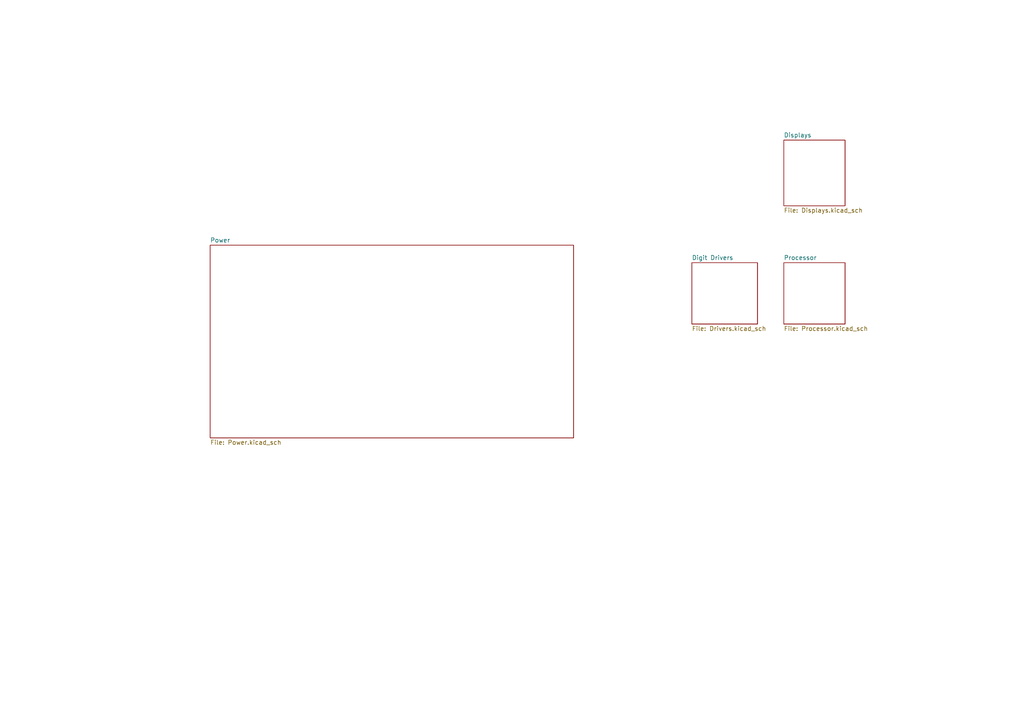
<source format=kicad_sch>
(kicad_sch
	(version 20250114)
	(generator "eeschema")
	(generator_version "9.0")
	(uuid "63db0e05-7bc4-4f4a-86fa-4154264c011f")
	(paper "A4")
	(lib_symbols)
	(sheet
		(at 60.96 71.12)
		(size 105.41 55.88)
		(exclude_from_sim no)
		(in_bom yes)
		(on_board yes)
		(dnp no)
		(fields_autoplaced yes)
		(stroke
			(width 0.1524)
			(type solid)
		)
		(fill
			(color 0 0 0 0.0000)
		)
		(uuid "2e5f410a-dd17-475f-9c26-1b0a08051216")
		(property "Sheetname" "Power"
			(at 60.96 70.4084 0)
			(effects
				(font
					(size 1.27 1.27)
				)
				(justify left bottom)
			)
		)
		(property "Sheetfile" "Power.kicad_sch"
			(at 60.96 127.5846 0)
			(effects
				(font
					(size 1.27 1.27)
				)
				(justify left top)
			)
		)
		(instances
			(project "TenDigitPCB"
				(path "/63db0e05-7bc4-4f4a-86fa-4154264c011f"
					(page "3")
				)
			)
		)
	)
	(sheet
		(at 227.33 76.2)
		(size 17.78 17.78)
		(exclude_from_sim no)
		(in_bom yes)
		(on_board yes)
		(dnp no)
		(fields_autoplaced yes)
		(stroke
			(width 0.1524)
			(type solid)
		)
		(fill
			(color 0 0 0 0.0000)
		)
		(uuid "c02f6fa8-ed21-47ec-beb9-73792edc77a3")
		(property "Sheetname" "Processor"
			(at 227.33 75.4884 0)
			(effects
				(font
					(size 1.27 1.27)
				)
				(justify left bottom)
			)
		)
		(property "Sheetfile" "Processor.kicad_sch"
			(at 227.33 94.5646 0)
			(effects
				(font
					(size 1.27 1.27)
				)
				(justify left top)
			)
		)
		(instances
			(project "TenDigitPCB"
				(path "/63db0e05-7bc4-4f4a-86fa-4154264c011f"
					(page "5")
				)
			)
		)
	)
	(sheet
		(at 200.66 76.2)
		(size 19.05 17.78)
		(exclude_from_sim no)
		(in_bom yes)
		(on_board yes)
		(dnp no)
		(fields_autoplaced yes)
		(stroke
			(width 0.1524)
			(type solid)
		)
		(fill
			(color 0 0 0 0.0000)
		)
		(uuid "ce846bb1-174d-4113-9d63-66ffb69da8ba")
		(property "Sheetname" "Digit Drivers"
			(at 200.66 75.4884 0)
			(effects
				(font
					(size 1.27 1.27)
				)
				(justify left bottom)
			)
		)
		(property "Sheetfile" "Drivers.kicad_sch"
			(at 200.66 94.5646 0)
			(effects
				(font
					(size 1.27 1.27)
				)
				(justify left top)
			)
		)
		(instances
			(project "TenDigitPCB"
				(path "/63db0e05-7bc4-4f4a-86fa-4154264c011f"
					(page "4")
				)
			)
		)
	)
	(sheet
		(at 227.33 40.64)
		(size 17.78 19.05)
		(exclude_from_sim no)
		(in_bom yes)
		(on_board yes)
		(dnp no)
		(fields_autoplaced yes)
		(stroke
			(width 0.1524)
			(type solid)
		)
		(fill
			(color 0 0 0 0.0000)
		)
		(uuid "d107c9ef-1c5c-4f66-a3f2-74b8c8c78102")
		(property "Sheetname" "Displays"
			(at 227.33 39.9284 0)
			(effects
				(font
					(size 1.27 1.27)
				)
				(justify left bottom)
			)
		)
		(property "Sheetfile" "Displays.kicad_sch"
			(at 227.33 60.2746 0)
			(effects
				(font
					(size 1.27 1.27)
				)
				(justify left top)
			)
		)
		(instances
			(project "TenDigitPCB"
				(path "/63db0e05-7bc4-4f4a-86fa-4154264c011f"
					(page "2")
				)
			)
		)
	)
	(sheet_instances
		(path "/"
			(page "1")
		)
	)
	(embedded_fonts no)
)

</source>
